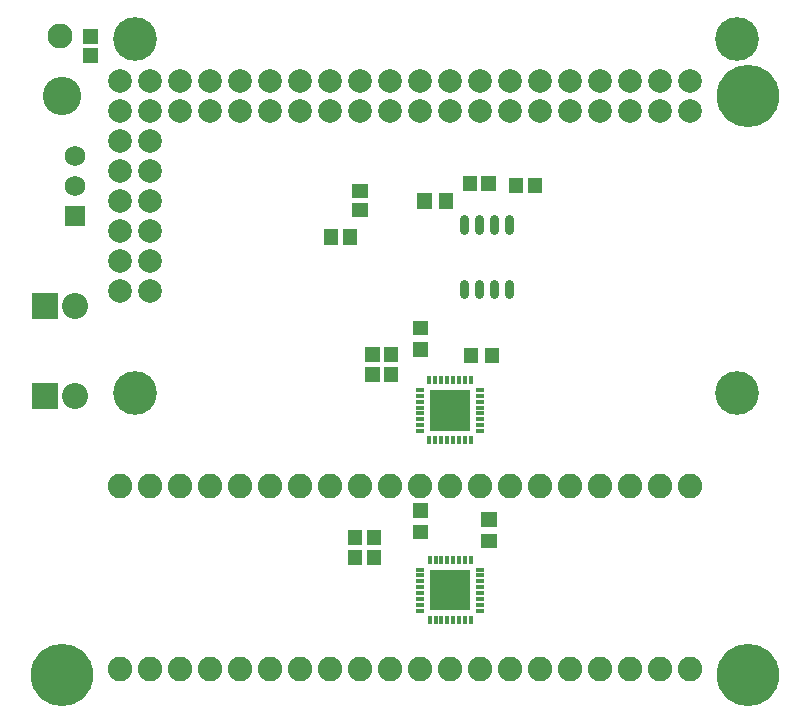
<source format=gts>
G04 Layer: TopSolderMaskLayer*
G04 EasyEDA v6.3.22, 2020-01-25T23:38:18+00:00*
G04 9703bbce67ff49f59cf1a8212616356f,50f9dc15ed21485093dd89aa00421481,09*
G04 Gerber Generator version 0.2*
G04 Scale: 100 percent, Rotated: No, Reflected: No *
G04 Dimensions in inches *
G04 leading zeros omitted , absolute positions ,2 integer and 4 decimal *
%FSLAX24Y24*%
%MOIN*%
G90*
G70D02*

%ADD19R,0.026000X0.011800*%
%ADD20R,0.011800X0.026000*%
%ADD36C,0.019024*%
%ADD37C,0.031622*%
%ADD38C,0.078866*%
%ADD39C,0.082000*%
%ADD41C,0.086740*%
%ADD45C,0.082803*%
%ADD47C,0.068000*%
%ADD48C,0.128000*%
%ADD49C,0.145790*%
%ADD50C,0.208000*%

%LPD*%
G54D36*
G01X13780Y10059D02*
G01X13780Y9815D01*
G54D37*
G01X16280Y16203D02*
G01X16280Y16565D01*
G01X15780Y16203D02*
G01X15780Y16565D01*
G01X15280Y16203D02*
G01X15280Y16565D01*
G01X14780Y16203D02*
G01X14780Y16565D01*
G01X16280Y14045D02*
G01X16280Y14408D01*
G01X15780Y14045D02*
G01X15780Y14408D01*
G01X15280Y14045D02*
G01X15280Y14408D01*
G01X14780Y14045D02*
G01X14780Y14408D01*
G54D38*
G01X4300Y19165D03*
G01X4300Y18165D03*
G01X4300Y17165D03*
G01X4300Y16165D03*
G01X4300Y15165D03*
G01X4300Y14165D03*
G01X3300Y14165D03*
G01X3300Y15165D03*
G01X3300Y16165D03*
G01X3300Y17165D03*
G01X3300Y18165D03*
G01X22300Y21165D03*
G01X22300Y20165D03*
G01X21300Y21165D03*
G01X21300Y20165D03*
G01X20300Y21165D03*
G01X20300Y20165D03*
G01X19300Y21165D03*
G01X19300Y20165D03*
G01X18300Y20165D03*
G01X17300Y21165D03*
G01X17300Y20165D03*
G01X16300Y21165D03*
G01X16300Y20165D03*
G01X15300Y21165D03*
G01X15300Y20165D03*
G01X14300Y21165D03*
G01X14300Y20165D03*
G01X13300Y21165D03*
G01X13300Y20165D03*
G01X12300Y21165D03*
G01X12300Y20165D03*
G01X11300Y21165D03*
G01X11300Y20165D03*
G01X10300Y21165D03*
G01X10300Y20165D03*
G01X9300Y21165D03*
G01X9300Y20165D03*
G01X8300Y21165D03*
G01X8300Y20165D03*
G01X7300Y21165D03*
G01X7300Y20165D03*
G01X6300Y21165D03*
G01X6300Y20165D03*
G01X5300Y21165D03*
G01X5300Y20165D03*
G01X4300Y21165D03*
G01X4300Y20165D03*
G01X3300Y21165D03*
G54D39*
G01X3300Y7665D03*
G01X4300Y7665D03*
G01X5300Y7665D03*
G01X6300Y7665D03*
G01X7300Y7665D03*
G01X8300Y7665D03*
G01X9300Y7665D03*
G01X10300Y7665D03*
G01X11300Y7665D03*
G01X12300Y7665D03*
G01X13300Y7665D03*
G01X14300Y7665D03*
G01X15300Y7665D03*
G01X16300Y7665D03*
G01X17300Y7665D03*
G01X18300Y7665D03*
G01X19300Y7665D03*
G01X20300Y7665D03*
G01X21300Y7665D03*
G01X22300Y7665D03*
G01X22300Y1565D03*
G01X21300Y1565D03*
G01X20300Y1565D03*
G01X19300Y1565D03*
G01X18300Y1565D03*
G01X17300Y1565D03*
G01X16300Y1565D03*
G01X15300Y1565D03*
G01X13300Y1565D03*
G01X12300Y1565D03*
G01X11300Y1565D03*
G01X10300Y1565D03*
G01X9300Y1565D03*
G01X8300Y1565D03*
G01X7300Y1565D03*
G01X6300Y1565D03*
G01X5300Y1565D03*
G01X4300Y1565D03*
G01X3300Y1565D03*
G01X14300Y1565D03*
G54D38*
G01X22300Y21165D03*
G01X22300Y20165D03*
G01X21300Y21165D03*
G01X21300Y20165D03*
G01X20300Y21165D03*
G01X20300Y20165D03*
G01X19300Y21165D03*
G01X19300Y20165D03*
G01X18300Y21165D03*
G01X18300Y20165D03*
G01X17300Y21165D03*
G01X17300Y20165D03*
G01X16300Y21165D03*
G01X16300Y20165D03*
G01X15300Y21165D03*
G01X15300Y20165D03*
G01X14300Y21165D03*
G01X14300Y20165D03*
G01X13300Y21165D03*
G01X13300Y20165D03*
G01X12300Y21165D03*
G01X12300Y20165D03*
G01X11300Y21165D03*
G01X11300Y20165D03*
G01X10300Y21165D03*
G01X10300Y20165D03*
G01X9300Y21165D03*
G01X9300Y20165D03*
G01X8300Y21165D03*
G01X8300Y20165D03*
G01X7300Y21165D03*
G01X7300Y20165D03*
G01X6300Y21165D03*
G01X6300Y20165D03*
G01X5300Y21165D03*
G01X5300Y20165D03*
G01X4300Y21165D03*
G01X4300Y20165D03*
G01X3300Y21165D03*
G01X4300Y19165D03*
G01X4300Y18165D03*
G01X4300Y17165D03*
G01X4300Y16165D03*
G01X4300Y15165D03*
G01X4300Y14165D03*
G01X3300Y14165D03*
G01X3300Y15165D03*
G01X3300Y16165D03*
G01X3300Y17165D03*
G01X3300Y18165D03*
G36*
G01X366Y13232D02*
G01X366Y14099D01*
G01X1234Y14099D01*
G01X1234Y13232D01*
G01X366Y13232D01*
G37*
G54D41*
G01X1800Y13665D03*
G36*
G01X366Y10232D02*
G01X366Y11099D01*
G01X1234Y11099D01*
G01X1234Y10232D01*
G01X366Y10232D01*
G37*
G01X1800Y10665D03*
G54D38*
G01X3300Y7665D03*
G01X4300Y7665D03*
G01X5300Y7665D03*
G01X6300Y7665D03*
G01X7300Y7665D03*
G01X8300Y7665D03*
G01X9300Y7665D03*
G01X10300Y7665D03*
G01X11300Y7665D03*
G01X12300Y7665D03*
G01X13300Y7665D03*
G01X14300Y7665D03*
G01X15300Y7665D03*
G01X16300Y7665D03*
G01X17300Y7665D03*
G01X18300Y7665D03*
G01X19300Y7665D03*
G01X20300Y7665D03*
G01X21300Y7665D03*
G01X22300Y7665D03*
G01X22300Y1562D03*
G01X21300Y1562D03*
G01X20300Y1562D03*
G01X19300Y1562D03*
G01X18300Y1562D03*
G01X17300Y1562D03*
G01X16300Y1562D03*
G01X15300Y1562D03*
G01X13300Y1562D03*
G01X12300Y1562D03*
G01X11300Y1562D03*
G01X10300Y1562D03*
G01X9300Y1562D03*
G01X8300Y1562D03*
G01X7300Y1562D03*
G01X6300Y1562D03*
G01X5300Y1562D03*
G01X4300Y1562D03*
G01X3300Y1562D03*
G01X14300Y1562D03*
G01X4300Y19165D03*
G01X4300Y18165D03*
G01X4300Y17165D03*
G01X4300Y16165D03*
G01X4300Y15165D03*
G01X4300Y14165D03*
G01X3300Y14165D03*
G01X3300Y15165D03*
G01X3300Y16165D03*
G01X3300Y17165D03*
G01X3300Y18165D03*
G01X3300Y19165D03*
G01X22300Y21165D03*
G01X22300Y20165D03*
G01X21300Y21165D03*
G01X21300Y20165D03*
G01X20300Y21165D03*
G01X20300Y20165D03*
G01X19300Y21165D03*
G01X19300Y20165D03*
G01X18300Y21165D03*
G01X18300Y20165D03*
G01X17300Y21165D03*
G01X17300Y20165D03*
G01X16300Y21165D03*
G01X16300Y20165D03*
G01X15300Y21165D03*
G01X15300Y20165D03*
G01X14300Y21165D03*
G01X14300Y20165D03*
G01X13300Y21165D03*
G01X13300Y20165D03*
G01X12300Y21165D03*
G01X12300Y20165D03*
G01X11300Y21165D03*
G01X11300Y20165D03*
G01X10300Y21165D03*
G01X10300Y20165D03*
G01X9300Y21165D03*
G01X9300Y20165D03*
G01X8300Y21165D03*
G01X8300Y20165D03*
G01X7300Y21165D03*
G01X7300Y20165D03*
G01X6300Y21165D03*
G01X6300Y20165D03*
G01X5300Y21165D03*
G01X5300Y20165D03*
G01X4300Y21165D03*
G01X4300Y20165D03*
G01X3300Y21165D03*
G01X3300Y20165D03*
G36*
G01X366Y13232D02*
G01X366Y14099D01*
G01X1234Y14099D01*
G01X1234Y13232D01*
G01X366Y13232D01*
G37*
G54D41*
G01X1800Y13665D03*
G36*
G01X366Y10232D02*
G01X366Y11099D01*
G01X1234Y11099D01*
G01X1234Y10232D01*
G01X366Y10232D01*
G37*
G01X1800Y10665D03*
G36*
G01X13640Y3517D02*
G01X13640Y4857D01*
G01X14980Y4857D01*
G01X14980Y3517D01*
G01X13640Y3517D01*
G37*
G54D19*
G01X13310Y4876D03*
G01X13310Y4679D03*
G01X13310Y4482D03*
G01X13310Y4285D03*
G01X13310Y4088D03*
G01X13310Y3891D03*
G01X13310Y3695D03*
G01X13310Y3498D03*
G54D20*
G01X13621Y3187D03*
G01X13817Y3187D03*
G01X14014Y3187D03*
G01X14211Y3187D03*
G01X14408Y3187D03*
G01X14605Y3187D03*
G01X14802Y3187D03*
G01X14999Y3187D03*
G54D19*
G01X15310Y3498D03*
G01X15310Y3695D03*
G01X15310Y3891D03*
G01X15310Y4088D03*
G01X15310Y4285D03*
G01X15310Y4482D03*
G01X15310Y4679D03*
G01X15310Y4876D03*
G54D20*
G01X14999Y5187D03*
G01X14802Y5187D03*
G01X14605Y5187D03*
G01X14408Y5187D03*
G01X14211Y5187D03*
G01X14014Y5187D03*
G01X13817Y5187D03*
G01X13621Y5187D03*
G36*
G01X13630Y9507D02*
G01X13630Y10847D01*
G01X14969Y10847D01*
G01X14969Y9507D01*
G01X13630Y9507D01*
G37*
G54D19*
G01X13300Y10866D03*
G01X13300Y10669D03*
G01X13300Y10472D03*
G01X13300Y10275D03*
G01X13300Y10078D03*
G01X13300Y9881D03*
G01X13300Y9685D03*
G01X13300Y9488D03*
G54D20*
G01X13611Y9177D03*
G01X13807Y9177D03*
G01X14004Y9177D03*
G01X14201Y9177D03*
G01X14398Y9177D03*
G01X14595Y9177D03*
G01X14792Y9177D03*
G01X14988Y9177D03*
G54D19*
G01X15300Y9488D03*
G01X15300Y9685D03*
G01X15300Y9881D03*
G01X15300Y10078D03*
G01X15300Y10275D03*
G01X15300Y10472D03*
G01X15300Y10669D03*
G01X15300Y10866D03*
G54D20*
G01X14988Y11177D03*
G01X14792Y11177D03*
G01X14595Y11177D03*
G01X14398Y11177D03*
G01X14201Y11177D03*
G01X14004Y11177D03*
G01X13807Y11177D03*
G01X13611Y11177D03*
G36*
G01X13209Y16909D02*
G01X13209Y17422D01*
G01X13683Y17422D01*
G01X13683Y16909D01*
G01X13209Y16909D01*
G37*
G36*
G01X13918Y16909D02*
G01X13918Y17422D01*
G01X14391Y17422D01*
G01X14391Y16909D01*
G01X13918Y16909D01*
G37*
G36*
G01X2053Y22404D02*
G01X2053Y22877D01*
G01X2567Y22877D01*
G01X2567Y22404D01*
G01X2053Y22404D01*
G37*
G36*
G01X2053Y21774D02*
G01X2053Y22247D01*
G01X2567Y22247D01*
G01X2567Y21774D01*
G01X2053Y21774D01*
G37*
G36*
G01X16903Y17412D02*
G01X16903Y17926D01*
G01X17377Y17926D01*
G01X17377Y17412D01*
G01X16903Y17412D01*
G37*
G36*
G01X16272Y17412D02*
G01X16272Y17926D01*
G01X16747Y17926D01*
G01X16747Y17412D01*
G01X16272Y17412D01*
G37*
G36*
G01X14718Y17490D02*
G01X14718Y18004D01*
G01X15191Y18004D01*
G01X15191Y17490D01*
G01X14718Y17490D01*
G37*
G36*
G01X15347Y17490D02*
G01X15347Y18004D01*
G01X15822Y18004D01*
G01X15822Y17490D01*
G01X15347Y17490D01*
G37*
G54D45*
G01X1295Y22669D03*
G36*
G01X10088Y15699D02*
G01X10088Y16212D01*
G01X10562Y16212D01*
G01X10562Y15699D01*
G01X10088Y15699D01*
G37*
G36*
G01X10718Y15699D02*
G01X10718Y16212D01*
G01X11192Y16212D01*
G01X11192Y15699D01*
G01X10718Y15699D01*
G37*
G36*
G01X11043Y17244D02*
G01X11043Y17717D01*
G01X11557Y17717D01*
G01X11557Y17244D01*
G01X11043Y17244D01*
G37*
G36*
G01X11043Y16614D02*
G01X11043Y17087D01*
G01X11557Y17087D01*
G01X11557Y16614D01*
G01X11043Y16614D01*
G37*
G36*
G01X1460Y16325D02*
G01X1460Y17005D01*
G01X2140Y17005D01*
G01X2140Y16325D01*
G01X1460Y16325D01*
G37*
G54D47*
G01X1800Y17665D03*
G01X1800Y18665D03*
G54D48*
G01X1382Y20665D03*
G36*
G01X13063Y11976D02*
G01X13063Y12450D01*
G01X13577Y12450D01*
G01X13577Y11976D01*
G01X13063Y11976D01*
G37*
G36*
G01X13063Y12685D02*
G01X13063Y13158D01*
G01X13577Y13158D01*
G01X13577Y12685D01*
G01X13063Y12685D01*
G37*
G36*
G01X15343Y5596D02*
G01X15343Y6070D01*
G01X15857Y6070D01*
G01X15857Y5596D01*
G01X15343Y5596D01*
G37*
G36*
G01X15343Y6305D02*
G01X15343Y6778D01*
G01X15857Y6778D01*
G01X15857Y6305D01*
G01X15343Y6305D01*
G37*
G36*
G01X10898Y5020D02*
G01X10898Y5534D01*
G01X11372Y5534D01*
G01X11372Y5020D01*
G01X10898Y5020D01*
G37*
G36*
G01X11528Y5020D02*
G01X11528Y5534D01*
G01X12002Y5534D01*
G01X12002Y5020D01*
G01X11528Y5020D01*
G37*
G36*
G01X11528Y5680D02*
G01X11528Y6194D01*
G01X12002Y6194D01*
G01X12002Y5680D01*
G01X11528Y5680D01*
G37*
G36*
G01X10898Y5680D02*
G01X10898Y6194D01*
G01X11372Y6194D01*
G01X11372Y5680D01*
G01X10898Y5680D01*
G37*
G36*
G01X12108Y11120D02*
G01X12108Y11634D01*
G01X12582Y11634D01*
G01X12582Y11120D01*
G01X12108Y11120D01*
G37*
G36*
G01X11478Y11120D02*
G01X11478Y11634D01*
G01X11952Y11634D01*
G01X11952Y11120D01*
G01X11478Y11120D01*
G37*
G36*
G01X11477Y11790D02*
G01X11477Y12304D01*
G01X11951Y12304D01*
G01X11951Y11790D01*
G01X11477Y11790D01*
G37*
G36*
G01X12107Y11790D02*
G01X12107Y12304D01*
G01X12581Y12304D01*
G01X12581Y11790D01*
G01X12107Y11790D01*
G37*
G36*
G01X15457Y11749D02*
G01X15457Y12262D01*
G01X15931Y12262D01*
G01X15931Y11749D01*
G01X15457Y11749D01*
G37*
G36*
G01X14749Y11749D02*
G01X14749Y12262D01*
G01X15222Y12262D01*
G01X15222Y11749D01*
G01X14749Y11749D01*
G37*
G36*
G01X13063Y5896D02*
G01X13063Y6370D01*
G01X13577Y6370D01*
G01X13577Y5896D01*
G01X13063Y5896D01*
G37*
G36*
G01X13063Y6605D02*
G01X13063Y7078D01*
G01X13577Y7078D01*
G01X13577Y6605D01*
G01X13063Y6605D01*
G37*
G54D49*
G01X23878Y10760D03*
G01X23878Y22571D03*
G01X3800Y22571D03*
G01X3800Y10760D03*
G54D50*
G01X24217Y20665D03*
G01X1382Y1374D03*
G01X24217Y1374D03*
M00*
M02*

</source>
